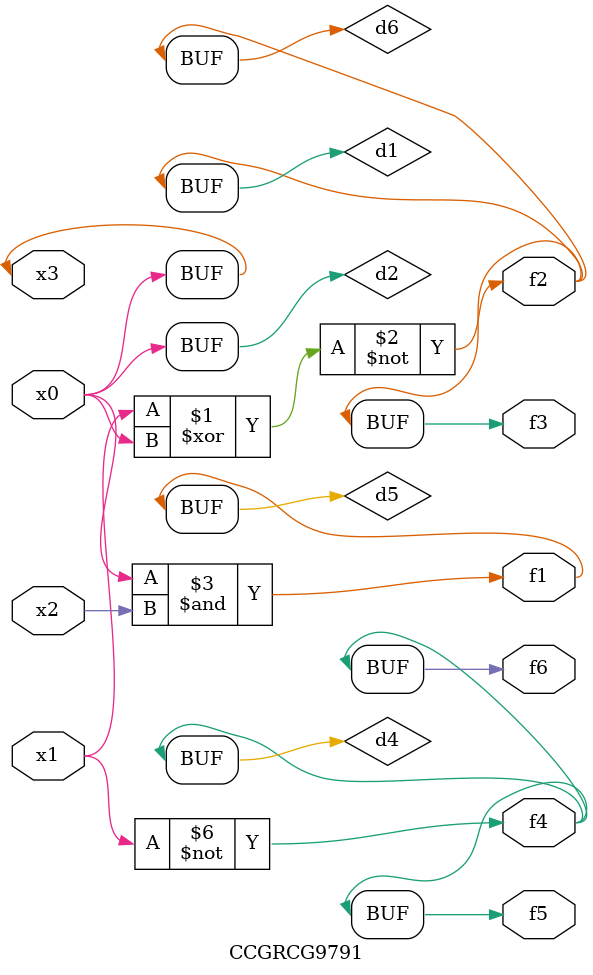
<source format=v>
module CCGRCG9791(
	input x0, x1, x2, x3,
	output f1, f2, f3, f4, f5, f6
);

	wire d1, d2, d3, d4, d5, d6;

	xnor (d1, x1, x3);
	buf (d2, x0, x3);
	nand (d3, x0, x2);
	not (d4, x1);
	nand (d5, d3);
	or (d6, d1);
	assign f1 = d5;
	assign f2 = d6;
	assign f3 = d6;
	assign f4 = d4;
	assign f5 = d4;
	assign f6 = d4;
endmodule

</source>
